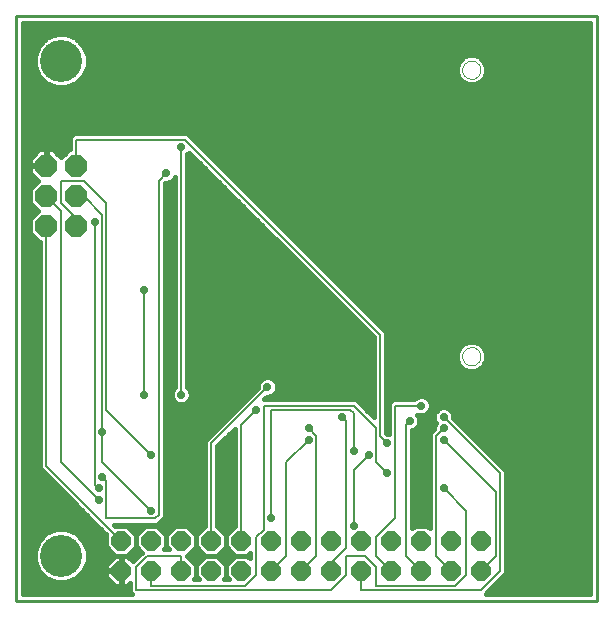
<source format=gbl>
G75*
%MOIN*%
%OFA0B0*%
%FSLAX24Y24*%
%IPPOS*%
%LPD*%
%AMOC8*
5,1,8,0,0,1.08239X$1,22.5*
%
%ADD10C,0.0100*%
%ADD11C,0.0000*%
%ADD12OC8,0.0640*%
%ADD13C,0.1400*%
%ADD14OC8,0.0740*%
%ADD15C,0.0060*%
%ADD16C,0.0160*%
%ADD17C,0.0280*%
D10*
X011333Y006500D02*
X011333Y025996D01*
X030703Y025996D01*
X030703Y006500D01*
X011333Y006500D01*
D11*
X026202Y014650D02*
X026204Y014685D01*
X026210Y014719D01*
X026220Y014752D01*
X026233Y014785D01*
X026250Y014815D01*
X026271Y014843D01*
X026294Y014869D01*
X026321Y014892D01*
X026349Y014911D01*
X026380Y014927D01*
X026413Y014940D01*
X026446Y014949D01*
X026481Y014954D01*
X026516Y014955D01*
X026550Y014952D01*
X026585Y014945D01*
X026618Y014934D01*
X026649Y014920D01*
X026679Y014902D01*
X026707Y014881D01*
X026732Y014856D01*
X026754Y014829D01*
X026773Y014800D01*
X026788Y014769D01*
X026800Y014736D01*
X026808Y014702D01*
X026812Y014667D01*
X026812Y014633D01*
X026808Y014598D01*
X026800Y014564D01*
X026788Y014531D01*
X026773Y014500D01*
X026754Y014471D01*
X026732Y014444D01*
X026707Y014419D01*
X026679Y014398D01*
X026649Y014380D01*
X026618Y014366D01*
X026585Y014355D01*
X026550Y014348D01*
X026516Y014345D01*
X026481Y014346D01*
X026446Y014351D01*
X026413Y014360D01*
X026380Y014373D01*
X026349Y014389D01*
X026321Y014408D01*
X026294Y014431D01*
X026271Y014457D01*
X026250Y014485D01*
X026233Y014515D01*
X026220Y014548D01*
X026210Y014581D01*
X026204Y014615D01*
X026202Y014650D01*
X026202Y024201D02*
X026204Y024236D01*
X026210Y024270D01*
X026220Y024303D01*
X026233Y024336D01*
X026250Y024366D01*
X026271Y024394D01*
X026294Y024420D01*
X026321Y024443D01*
X026349Y024462D01*
X026380Y024478D01*
X026413Y024491D01*
X026446Y024500D01*
X026481Y024505D01*
X026516Y024506D01*
X026550Y024503D01*
X026585Y024496D01*
X026618Y024485D01*
X026649Y024471D01*
X026679Y024453D01*
X026707Y024432D01*
X026732Y024407D01*
X026754Y024380D01*
X026773Y024351D01*
X026788Y024320D01*
X026800Y024287D01*
X026808Y024253D01*
X026812Y024218D01*
X026812Y024184D01*
X026808Y024149D01*
X026800Y024115D01*
X026788Y024082D01*
X026773Y024051D01*
X026754Y024022D01*
X026732Y023995D01*
X026707Y023970D01*
X026679Y023949D01*
X026649Y023931D01*
X026618Y023917D01*
X026585Y023906D01*
X026550Y023899D01*
X026516Y023896D01*
X026481Y023897D01*
X026446Y023902D01*
X026413Y023911D01*
X026380Y023924D01*
X026349Y023940D01*
X026321Y023959D01*
X026294Y023982D01*
X026271Y024008D01*
X026250Y024036D01*
X026233Y024066D01*
X026220Y024099D01*
X026210Y024132D01*
X026204Y024166D01*
X026202Y024201D01*
D12*
X025833Y008500D03*
X026833Y008500D03*
X026833Y007500D03*
X025833Y007500D03*
X024833Y007500D03*
X023833Y007500D03*
X022833Y007500D03*
X021833Y007500D03*
X020833Y007500D03*
X019833Y007500D03*
X018833Y007500D03*
X017833Y007500D03*
X016833Y007500D03*
X015833Y007500D03*
X014833Y007500D03*
X014833Y008500D03*
X015833Y008500D03*
X016833Y008500D03*
X017833Y008500D03*
X018833Y008500D03*
X019833Y008500D03*
X020833Y008500D03*
X021833Y008500D03*
X022833Y008500D03*
X023833Y008500D03*
X024833Y008500D03*
D13*
X012833Y008000D03*
X012833Y024500D03*
D14*
X012333Y021000D03*
X013333Y021000D03*
X013333Y020000D03*
X012333Y020000D03*
X012333Y019000D03*
X013333Y019000D03*
D15*
X013333Y019250D01*
X012833Y019750D01*
X012833Y020500D01*
X013583Y020500D01*
X014333Y019750D01*
X014333Y012875D01*
X015833Y011375D01*
X014208Y011125D02*
X014208Y012125D01*
X014208Y019375D01*
X013583Y020000D01*
X013333Y020000D01*
X012833Y019500D02*
X012833Y011125D01*
X014083Y009875D01*
X014083Y010250D02*
X013958Y010375D01*
X013958Y019125D01*
X012833Y019500D02*
X012333Y020000D01*
X012333Y019000D02*
X012333Y011000D01*
X014833Y008500D01*
X015708Y008000D02*
X015333Y007625D01*
X015333Y006875D01*
X021833Y006875D01*
X022333Y007375D01*
X022333Y008000D01*
X022958Y008000D01*
X023333Y007625D01*
X023333Y007000D01*
X025958Y007000D01*
X026333Y007375D01*
X026333Y009500D01*
X025583Y010250D01*
X025583Y011875D02*
X027333Y010125D01*
X027333Y008000D01*
X026833Y007500D01*
X026833Y006875D02*
X027458Y007500D01*
X027458Y010750D01*
X025583Y012625D01*
X025583Y012250D02*
X025333Y012000D01*
X025333Y008000D01*
X025833Y007500D01*
X026833Y006875D02*
X022833Y006875D01*
X022833Y007500D01*
X023333Y008000D02*
X023833Y007500D01*
X023333Y008000D02*
X023333Y008625D01*
X023958Y009250D01*
X023958Y013000D01*
X024833Y013000D01*
X024458Y012500D02*
X024333Y012375D01*
X024333Y008000D01*
X024833Y007500D01*
X022333Y008250D02*
X021833Y007750D01*
X021833Y007500D01*
X021333Y008000D02*
X020833Y007500D01*
X020333Y008000D02*
X019833Y007500D01*
X019333Y007375D02*
X018958Y007000D01*
X015833Y007000D01*
X015833Y007500D01*
X015708Y008000D02*
X016833Y008000D01*
X016833Y007500D01*
X017833Y008500D02*
X017833Y011750D01*
X019708Y013625D01*
X019583Y013000D02*
X019583Y008875D01*
X019333Y008625D01*
X019333Y007375D01*
X020333Y008000D02*
X020333Y011125D01*
X021083Y011875D01*
X021333Y012000D02*
X021333Y008000D01*
X022333Y008250D02*
X022333Y012500D01*
X022208Y012625D01*
X022458Y012875D02*
X019833Y012875D01*
X019833Y009250D01*
X018833Y008500D02*
X018833Y012375D01*
X019333Y012875D01*
X019583Y013000D02*
X022583Y013000D01*
X023333Y012250D01*
X023333Y011125D01*
X023708Y010750D01*
X023083Y011375D02*
X022583Y010875D01*
X022583Y009000D01*
X022583Y011500D02*
X022583Y012750D01*
X022458Y012875D01*
X021333Y012000D02*
X021083Y012250D01*
X023458Y012000D02*
X023458Y015375D01*
X016958Y021875D01*
X013333Y021875D01*
X013333Y021000D01*
X016083Y020500D02*
X016083Y009375D01*
X015958Y009250D01*
X014333Y009250D01*
X014333Y010500D01*
X014208Y010625D01*
X014208Y011125D02*
X015833Y009500D01*
X015583Y013375D02*
X015583Y016875D01*
X016833Y013375D02*
X016833Y021625D01*
X016333Y020750D02*
X016083Y020500D01*
X023458Y012000D02*
X023708Y011750D01*
D16*
X023685Y012070D02*
X023668Y012087D01*
X023668Y015462D01*
X017168Y021962D01*
X017045Y022085D01*
X013246Y022085D01*
X013123Y021962D01*
X013123Y021550D01*
X013106Y021550D01*
X012833Y021278D01*
X012561Y021550D01*
X012353Y021550D01*
X012353Y021020D01*
X012313Y021020D01*
X012313Y020980D01*
X011783Y020980D01*
X011783Y020772D01*
X012056Y020500D01*
X011783Y020228D01*
X011783Y019772D01*
X012056Y019500D01*
X011783Y019228D01*
X011783Y018772D01*
X012106Y018450D01*
X012123Y018450D01*
X012123Y010913D01*
X012246Y010790D01*
X014333Y008703D01*
X014333Y008293D01*
X014626Y008000D01*
X015040Y008000D01*
X015333Y008293D01*
X015333Y008707D01*
X015040Y009000D01*
X014630Y009000D01*
X014590Y009040D01*
X016045Y009040D01*
X016168Y009163D01*
X016293Y009288D01*
X016293Y020413D01*
X016310Y020430D01*
X016397Y020430D01*
X016515Y020479D01*
X016605Y020569D01*
X016623Y020614D01*
X016623Y013618D01*
X016562Y013556D01*
X016513Y013439D01*
X016513Y013311D01*
X016562Y013194D01*
X016652Y013104D01*
X016770Y013055D01*
X016897Y013055D01*
X017015Y013104D01*
X017105Y013194D01*
X017153Y013311D01*
X017153Y013439D01*
X017105Y013556D01*
X017043Y013618D01*
X017043Y021382D01*
X017099Y021438D01*
X023248Y015288D01*
X023248Y012632D01*
X022793Y013087D01*
X022670Y013210D01*
X019590Y013210D01*
X019685Y013305D01*
X019772Y013305D01*
X019890Y013354D01*
X019980Y013444D01*
X020028Y013561D01*
X020028Y013689D01*
X019980Y013806D01*
X019890Y013896D01*
X019772Y013945D01*
X019645Y013945D01*
X019527Y013896D01*
X019437Y013806D01*
X019388Y013689D01*
X019388Y013602D01*
X017746Y011960D01*
X017623Y011837D01*
X017623Y008997D01*
X017333Y008707D01*
X017040Y009000D01*
X016626Y009000D01*
X016333Y008707D01*
X016040Y009000D01*
X015626Y009000D01*
X015333Y008707D01*
X015333Y008293D01*
X015519Y008107D01*
X015498Y008087D01*
X015226Y007815D01*
X015040Y008000D01*
X014853Y008000D01*
X014853Y007520D01*
X014813Y007520D01*
X014813Y007480D01*
X014333Y007480D01*
X014333Y007293D01*
X014626Y007000D01*
X014813Y007000D01*
X014813Y007480D01*
X014853Y007480D01*
X014853Y007000D01*
X015040Y007000D01*
X015123Y007083D01*
X015123Y006788D01*
X015181Y006730D01*
X011563Y006730D01*
X011563Y025766D01*
X030473Y025766D01*
X030473Y006730D01*
X026985Y006730D01*
X027043Y006788D01*
X027668Y007413D01*
X027668Y010837D01*
X027545Y010960D01*
X025903Y012602D01*
X025903Y012689D01*
X025855Y012806D01*
X025765Y012896D01*
X025647Y012945D01*
X025520Y012945D01*
X025402Y012896D01*
X025312Y012806D01*
X025263Y012689D01*
X025263Y012561D01*
X025312Y012444D01*
X025318Y012438D01*
X025312Y012431D01*
X025263Y012314D01*
X025263Y012227D01*
X025246Y012210D01*
X025123Y012087D01*
X025123Y008917D01*
X025040Y009000D01*
X024626Y009000D01*
X024543Y008917D01*
X024543Y012189D01*
X024640Y012229D01*
X024730Y012319D01*
X024778Y012436D01*
X024778Y012564D01*
X024730Y012681D01*
X024703Y012707D01*
X024770Y012680D01*
X024897Y012680D01*
X025015Y012729D01*
X025105Y012819D01*
X025153Y012936D01*
X025153Y013064D01*
X025105Y013181D01*
X025015Y013271D01*
X024897Y013320D01*
X024770Y013320D01*
X024652Y013271D01*
X024591Y013210D01*
X023871Y013210D01*
X023748Y013087D01*
X023748Y012070D01*
X023685Y012070D01*
X023668Y012206D02*
X023748Y012206D01*
X023748Y012365D02*
X023668Y012365D01*
X023668Y012523D02*
X023748Y012523D01*
X023748Y012682D02*
X023668Y012682D01*
X023668Y012840D02*
X023748Y012840D01*
X023748Y012999D02*
X023668Y012999D01*
X023668Y013157D02*
X023818Y013157D01*
X023668Y013316D02*
X024759Y013316D01*
X024908Y013316D02*
X030473Y013316D01*
X030473Y013474D02*
X023668Y013474D01*
X023668Y013633D02*
X030473Y013633D01*
X030473Y013791D02*
X023668Y013791D01*
X023668Y013950D02*
X030473Y013950D01*
X030473Y014108D02*
X023668Y014108D01*
X023668Y014267D02*
X026204Y014267D01*
X026232Y014238D02*
X026095Y014375D01*
X026021Y014553D01*
X026021Y014746D01*
X026095Y014924D01*
X026232Y015061D01*
X026410Y015135D01*
X026603Y015135D01*
X026781Y015061D01*
X026918Y014924D01*
X026992Y014746D01*
X026992Y014553D01*
X026918Y014375D01*
X026781Y014238D01*
X026603Y014164D01*
X026410Y014164D01*
X026232Y014238D01*
X026075Y014425D02*
X023668Y014425D01*
X023668Y014584D02*
X026021Y014584D01*
X026021Y014742D02*
X023668Y014742D01*
X023668Y014901D02*
X026085Y014901D01*
X026230Y015059D02*
X023668Y015059D01*
X023668Y015218D02*
X030473Y015218D01*
X030473Y015376D02*
X023668Y015376D01*
X023596Y015535D02*
X030473Y015535D01*
X030473Y015693D02*
X023437Y015693D01*
X023279Y015852D02*
X030473Y015852D01*
X030473Y016010D02*
X023120Y016010D01*
X022962Y016169D02*
X030473Y016169D01*
X030473Y016327D02*
X022803Y016327D01*
X022645Y016486D02*
X030473Y016486D01*
X030473Y016644D02*
X022486Y016644D01*
X022328Y016803D02*
X030473Y016803D01*
X030473Y016961D02*
X022169Y016961D01*
X022011Y017120D02*
X030473Y017120D01*
X030473Y017278D02*
X021852Y017278D01*
X021694Y017437D02*
X030473Y017437D01*
X030473Y017595D02*
X021535Y017595D01*
X021377Y017754D02*
X030473Y017754D01*
X030473Y017912D02*
X021218Y017912D01*
X021060Y018071D02*
X030473Y018071D01*
X030473Y018229D02*
X020901Y018229D01*
X020743Y018388D02*
X030473Y018388D01*
X030473Y018546D02*
X020584Y018546D01*
X020426Y018705D02*
X030473Y018705D01*
X030473Y018863D02*
X020267Y018863D01*
X020109Y019022D02*
X030473Y019022D01*
X030473Y019180D02*
X019950Y019180D01*
X019792Y019339D02*
X030473Y019339D01*
X030473Y019497D02*
X019633Y019497D01*
X019475Y019656D02*
X030473Y019656D01*
X030473Y019814D02*
X019316Y019814D01*
X019158Y019973D02*
X030473Y019973D01*
X030473Y020131D02*
X018999Y020131D01*
X018841Y020290D02*
X030473Y020290D01*
X030473Y020448D02*
X018682Y020448D01*
X018524Y020607D02*
X030473Y020607D01*
X030473Y020765D02*
X018365Y020765D01*
X018207Y020924D02*
X030473Y020924D01*
X030473Y021082D02*
X018048Y021082D01*
X017890Y021241D02*
X030473Y021241D01*
X030473Y021399D02*
X017731Y021399D01*
X017573Y021558D02*
X030473Y021558D01*
X030473Y021716D02*
X017414Y021716D01*
X017256Y021875D02*
X030473Y021875D01*
X030473Y022033D02*
X017097Y022033D01*
X017060Y021399D02*
X017137Y021399D01*
X017043Y021241D02*
X017296Y021241D01*
X017454Y021082D02*
X017043Y021082D01*
X017043Y020924D02*
X017613Y020924D01*
X017771Y020765D02*
X017043Y020765D01*
X017043Y020607D02*
X017930Y020607D01*
X018088Y020448D02*
X017043Y020448D01*
X017043Y020290D02*
X018247Y020290D01*
X018405Y020131D02*
X017043Y020131D01*
X017043Y019973D02*
X018564Y019973D01*
X018722Y019814D02*
X017043Y019814D01*
X017043Y019656D02*
X018881Y019656D01*
X019039Y019497D02*
X017043Y019497D01*
X017043Y019339D02*
X019198Y019339D01*
X019356Y019180D02*
X017043Y019180D01*
X017043Y019022D02*
X019515Y019022D01*
X019673Y018863D02*
X017043Y018863D01*
X017043Y018705D02*
X019832Y018705D01*
X019990Y018546D02*
X017043Y018546D01*
X017043Y018388D02*
X020149Y018388D01*
X020307Y018229D02*
X017043Y018229D01*
X017043Y018071D02*
X020466Y018071D01*
X020624Y017912D02*
X017043Y017912D01*
X017043Y017754D02*
X020783Y017754D01*
X020941Y017595D02*
X017043Y017595D01*
X017043Y017437D02*
X021100Y017437D01*
X021258Y017278D02*
X017043Y017278D01*
X017043Y017120D02*
X021417Y017120D01*
X021575Y016961D02*
X017043Y016961D01*
X017043Y016803D02*
X021734Y016803D01*
X021892Y016644D02*
X017043Y016644D01*
X017043Y016486D02*
X022051Y016486D01*
X022209Y016327D02*
X017043Y016327D01*
X017043Y016169D02*
X022368Y016169D01*
X022526Y016010D02*
X017043Y016010D01*
X017043Y015852D02*
X022685Y015852D01*
X022843Y015693D02*
X017043Y015693D01*
X017043Y015535D02*
X023002Y015535D01*
X023160Y015376D02*
X017043Y015376D01*
X017043Y015218D02*
X023248Y015218D01*
X023248Y015059D02*
X017043Y015059D01*
X017043Y014901D02*
X023248Y014901D01*
X023248Y014742D02*
X017043Y014742D01*
X017043Y014584D02*
X023248Y014584D01*
X023248Y014425D02*
X017043Y014425D01*
X017043Y014267D02*
X023248Y014267D01*
X023248Y014108D02*
X017043Y014108D01*
X017043Y013950D02*
X023248Y013950D01*
X023248Y013791D02*
X019986Y013791D01*
X020028Y013633D02*
X023248Y013633D01*
X023248Y013474D02*
X019992Y013474D01*
X019797Y013316D02*
X023248Y013316D01*
X023248Y013157D02*
X022723Y013157D01*
X022882Y012999D02*
X023248Y012999D01*
X023248Y012840D02*
X023040Y012840D01*
X023199Y012682D02*
X023248Y012682D01*
X024585Y012206D02*
X025242Y012206D01*
X025284Y012365D02*
X024749Y012365D01*
X024778Y012523D02*
X025279Y012523D01*
X025263Y012682D02*
X024901Y012682D01*
X024766Y012682D02*
X024729Y012682D01*
X025113Y012840D02*
X025346Y012840D01*
X025153Y012999D02*
X030473Y012999D01*
X030473Y013157D02*
X025115Y013157D01*
X025821Y012840D02*
X030473Y012840D01*
X030473Y012682D02*
X025903Y012682D01*
X025982Y012523D02*
X030473Y012523D01*
X030473Y012365D02*
X026141Y012365D01*
X026299Y012206D02*
X030473Y012206D01*
X030473Y012048D02*
X026458Y012048D01*
X026616Y011889D02*
X030473Y011889D01*
X030473Y011731D02*
X026775Y011731D01*
X026933Y011572D02*
X030473Y011572D01*
X030473Y011414D02*
X027092Y011414D01*
X027250Y011255D02*
X030473Y011255D01*
X030473Y011097D02*
X027409Y011097D01*
X027567Y010938D02*
X030473Y010938D01*
X030473Y010780D02*
X027668Y010780D01*
X027668Y010621D02*
X030473Y010621D01*
X030473Y010463D02*
X027668Y010463D01*
X027668Y010304D02*
X030473Y010304D01*
X030473Y010146D02*
X027668Y010146D01*
X027668Y009987D02*
X030473Y009987D01*
X030473Y009829D02*
X027668Y009829D01*
X027668Y009670D02*
X030473Y009670D01*
X030473Y009512D02*
X027668Y009512D01*
X027668Y009353D02*
X030473Y009353D01*
X030473Y009195D02*
X027668Y009195D01*
X027668Y009036D02*
X030473Y009036D01*
X030473Y008878D02*
X027668Y008878D01*
X027668Y008719D02*
X030473Y008719D01*
X030473Y008561D02*
X027668Y008561D01*
X027668Y008402D02*
X030473Y008402D01*
X030473Y008244D02*
X027668Y008244D01*
X027668Y008085D02*
X030473Y008085D01*
X030473Y007927D02*
X027668Y007927D01*
X027668Y007768D02*
X030473Y007768D01*
X030473Y007610D02*
X027668Y007610D01*
X027668Y007451D02*
X030473Y007451D01*
X030473Y007293D02*
X027548Y007293D01*
X027389Y007134D02*
X030473Y007134D01*
X030473Y006976D02*
X027231Y006976D01*
X027072Y006817D02*
X030473Y006817D01*
X025123Y009036D02*
X024543Y009036D01*
X024543Y009195D02*
X025123Y009195D01*
X025123Y009353D02*
X024543Y009353D01*
X024543Y009512D02*
X025123Y009512D01*
X025123Y009670D02*
X024543Y009670D01*
X024543Y009829D02*
X025123Y009829D01*
X025123Y009987D02*
X024543Y009987D01*
X024543Y010146D02*
X025123Y010146D01*
X025123Y010304D02*
X024543Y010304D01*
X024543Y010463D02*
X025123Y010463D01*
X025123Y010621D02*
X024543Y010621D01*
X024543Y010780D02*
X025123Y010780D01*
X025123Y010938D02*
X024543Y010938D01*
X024543Y011097D02*
X025123Y011097D01*
X025123Y011255D02*
X024543Y011255D01*
X024543Y011414D02*
X025123Y011414D01*
X025123Y011572D02*
X024543Y011572D01*
X024543Y011731D02*
X025123Y011731D01*
X025123Y011889D02*
X024543Y011889D01*
X024543Y012048D02*
X025123Y012048D01*
X026810Y014267D02*
X030473Y014267D01*
X030473Y014425D02*
X026939Y014425D01*
X026992Y014584D02*
X030473Y014584D01*
X030473Y014742D02*
X026992Y014742D01*
X026928Y014901D02*
X030473Y014901D01*
X030473Y015059D02*
X026783Y015059D01*
X019431Y013791D02*
X017043Y013791D01*
X017043Y013633D02*
X019388Y013633D01*
X019260Y013474D02*
X017139Y013474D01*
X017153Y013316D02*
X019102Y013316D01*
X018943Y013157D02*
X017068Y013157D01*
X016599Y013157D02*
X016293Y013157D01*
X016293Y012999D02*
X018785Y012999D01*
X018626Y012840D02*
X016293Y012840D01*
X016293Y012682D02*
X018468Y012682D01*
X018309Y012523D02*
X016293Y012523D01*
X016293Y012365D02*
X018151Y012365D01*
X017992Y012206D02*
X016293Y012206D01*
X016293Y012048D02*
X017834Y012048D01*
X017675Y011889D02*
X016293Y011889D01*
X016293Y011731D02*
X017623Y011731D01*
X017623Y011572D02*
X016293Y011572D01*
X016293Y011414D02*
X017623Y011414D01*
X017623Y011255D02*
X016293Y011255D01*
X016293Y011097D02*
X017623Y011097D01*
X017623Y010938D02*
X016293Y010938D01*
X016293Y010780D02*
X017623Y010780D01*
X017623Y010621D02*
X016293Y010621D01*
X016293Y010463D02*
X017623Y010463D01*
X017623Y010304D02*
X016293Y010304D01*
X016293Y010146D02*
X017623Y010146D01*
X017623Y009987D02*
X016293Y009987D01*
X016293Y009829D02*
X017623Y009829D01*
X017623Y009670D02*
X016293Y009670D01*
X016293Y009512D02*
X017623Y009512D01*
X017623Y009353D02*
X016293Y009353D01*
X016200Y009195D02*
X017623Y009195D01*
X017623Y009036D02*
X014594Y009036D01*
X014317Y008719D02*
X013359Y008719D01*
X013332Y008746D02*
X013008Y008880D01*
X012658Y008880D01*
X012335Y008746D01*
X012087Y008498D01*
X011953Y008175D01*
X011953Y007825D01*
X012087Y007502D01*
X012335Y007254D01*
X012658Y007120D01*
X013008Y007120D01*
X013332Y007254D01*
X013579Y007502D01*
X013713Y007825D01*
X013713Y008175D01*
X013579Y008498D01*
X013332Y008746D01*
X013517Y008561D02*
X014333Y008561D01*
X014333Y008402D02*
X013619Y008402D01*
X013685Y008244D02*
X014383Y008244D01*
X014541Y008085D02*
X013713Y008085D01*
X013713Y007927D02*
X014553Y007927D01*
X014626Y008000D02*
X014333Y007707D01*
X014333Y007520D01*
X014813Y007520D01*
X014813Y008000D01*
X014626Y008000D01*
X014813Y007927D02*
X014853Y007927D01*
X014853Y007768D02*
X014813Y007768D01*
X014813Y007610D02*
X014853Y007610D01*
X014853Y007451D02*
X014813Y007451D01*
X014813Y007293D02*
X014853Y007293D01*
X014853Y007134D02*
X014813Y007134D01*
X014492Y007134D02*
X013042Y007134D01*
X013370Y007293D02*
X014334Y007293D01*
X014333Y007451D02*
X013529Y007451D01*
X013624Y007610D02*
X014333Y007610D01*
X014394Y007768D02*
X013690Y007768D01*
X012624Y007134D02*
X011563Y007134D01*
X011563Y006976D02*
X015123Y006976D01*
X015123Y006817D02*
X011563Y006817D01*
X011563Y007293D02*
X012296Y007293D01*
X012138Y007451D02*
X011563Y007451D01*
X011563Y007610D02*
X012043Y007610D01*
X011977Y007768D02*
X011563Y007768D01*
X011563Y007927D02*
X011953Y007927D01*
X011953Y008085D02*
X011563Y008085D01*
X011563Y008244D02*
X011982Y008244D01*
X012047Y008402D02*
X011563Y008402D01*
X011563Y008561D02*
X012149Y008561D01*
X012308Y008719D02*
X011563Y008719D01*
X011563Y008878D02*
X012652Y008878D01*
X013014Y008878D02*
X014159Y008878D01*
X014000Y009036D02*
X011563Y009036D01*
X011563Y009195D02*
X013842Y009195D01*
X013683Y009353D02*
X011563Y009353D01*
X011563Y009512D02*
X013525Y009512D01*
X013366Y009670D02*
X011563Y009670D01*
X011563Y009829D02*
X013208Y009829D01*
X013049Y009987D02*
X011563Y009987D01*
X011563Y010146D02*
X012891Y010146D01*
X012732Y010304D02*
X011563Y010304D01*
X011563Y010463D02*
X012574Y010463D01*
X012415Y010621D02*
X011563Y010621D01*
X011563Y010780D02*
X012257Y010780D01*
X012123Y010938D02*
X011563Y010938D01*
X011563Y011097D02*
X012123Y011097D01*
X012123Y011255D02*
X011563Y011255D01*
X011563Y011414D02*
X012123Y011414D01*
X012123Y011572D02*
X011563Y011572D01*
X011563Y011731D02*
X012123Y011731D01*
X012123Y011889D02*
X011563Y011889D01*
X011563Y012048D02*
X012123Y012048D01*
X012123Y012206D02*
X011563Y012206D01*
X011563Y012365D02*
X012123Y012365D01*
X012123Y012523D02*
X011563Y012523D01*
X011563Y012682D02*
X012123Y012682D01*
X012123Y012840D02*
X011563Y012840D01*
X011563Y012999D02*
X012123Y012999D01*
X012123Y013157D02*
X011563Y013157D01*
X011563Y013316D02*
X012123Y013316D01*
X012123Y013474D02*
X011563Y013474D01*
X011563Y013633D02*
X012123Y013633D01*
X012123Y013791D02*
X011563Y013791D01*
X011563Y013950D02*
X012123Y013950D01*
X012123Y014108D02*
X011563Y014108D01*
X011563Y014267D02*
X012123Y014267D01*
X012123Y014425D02*
X011563Y014425D01*
X011563Y014584D02*
X012123Y014584D01*
X012123Y014742D02*
X011563Y014742D01*
X011563Y014901D02*
X012123Y014901D01*
X012123Y015059D02*
X011563Y015059D01*
X011563Y015218D02*
X012123Y015218D01*
X012123Y015376D02*
X011563Y015376D01*
X011563Y015535D02*
X012123Y015535D01*
X012123Y015693D02*
X011563Y015693D01*
X011563Y015852D02*
X012123Y015852D01*
X012123Y016010D02*
X011563Y016010D01*
X011563Y016169D02*
X012123Y016169D01*
X012123Y016327D02*
X011563Y016327D01*
X011563Y016486D02*
X012123Y016486D01*
X012123Y016644D02*
X011563Y016644D01*
X011563Y016803D02*
X012123Y016803D01*
X012123Y016961D02*
X011563Y016961D01*
X011563Y017120D02*
X012123Y017120D01*
X012123Y017278D02*
X011563Y017278D01*
X011563Y017437D02*
X012123Y017437D01*
X012123Y017595D02*
X011563Y017595D01*
X011563Y017754D02*
X012123Y017754D01*
X012123Y017912D02*
X011563Y017912D01*
X011563Y018071D02*
X012123Y018071D01*
X012123Y018229D02*
X011563Y018229D01*
X011563Y018388D02*
X012123Y018388D01*
X012009Y018546D02*
X011563Y018546D01*
X011563Y018705D02*
X011851Y018705D01*
X011783Y018863D02*
X011563Y018863D01*
X011563Y019022D02*
X011783Y019022D01*
X011783Y019180D02*
X011563Y019180D01*
X011563Y019339D02*
X011894Y019339D01*
X012053Y019497D02*
X011563Y019497D01*
X011563Y019656D02*
X011900Y019656D01*
X011783Y019814D02*
X011563Y019814D01*
X011563Y019973D02*
X011783Y019973D01*
X011783Y020131D02*
X011563Y020131D01*
X011563Y020290D02*
X011845Y020290D01*
X012004Y020448D02*
X011563Y020448D01*
X011563Y020607D02*
X011949Y020607D01*
X011790Y020765D02*
X011563Y020765D01*
X011563Y020924D02*
X011783Y020924D01*
X011783Y021020D02*
X012313Y021020D01*
X012313Y021550D01*
X012106Y021550D01*
X011783Y021228D01*
X011783Y021020D01*
X011783Y021082D02*
X011563Y021082D01*
X011563Y021241D02*
X011796Y021241D01*
X011955Y021399D02*
X011563Y021399D01*
X011563Y021558D02*
X013123Y021558D01*
X013123Y021716D02*
X011563Y021716D01*
X011563Y021875D02*
X013123Y021875D01*
X013194Y022033D02*
X011563Y022033D01*
X011563Y022192D02*
X030473Y022192D01*
X030473Y022350D02*
X011563Y022350D01*
X011563Y022509D02*
X030473Y022509D01*
X030473Y022667D02*
X011563Y022667D01*
X011563Y022826D02*
X030473Y022826D01*
X030473Y022984D02*
X011563Y022984D01*
X011563Y023143D02*
X030473Y023143D01*
X030473Y023301D02*
X011563Y023301D01*
X011563Y023460D02*
X030473Y023460D01*
X030473Y023618D02*
X011563Y023618D01*
X011563Y023777D02*
X012312Y023777D01*
X012335Y023754D02*
X012658Y023620D01*
X013008Y023620D01*
X013332Y023754D01*
X013579Y024002D01*
X013713Y024325D01*
X013713Y024675D01*
X013579Y024998D01*
X013332Y025246D01*
X013008Y025380D01*
X012658Y025380D01*
X012335Y025246D01*
X012087Y024998D01*
X011953Y024675D01*
X011953Y024325D01*
X012087Y024002D01*
X012335Y023754D01*
X012154Y023935D02*
X011563Y023935D01*
X011563Y024094D02*
X012049Y024094D01*
X011984Y024252D02*
X011563Y024252D01*
X011563Y024411D02*
X011953Y024411D01*
X011953Y024569D02*
X011563Y024569D01*
X011563Y024728D02*
X011975Y024728D01*
X012041Y024886D02*
X011563Y024886D01*
X011563Y025045D02*
X012133Y025045D01*
X012292Y025203D02*
X011563Y025203D01*
X011563Y025362D02*
X012614Y025362D01*
X013053Y025362D02*
X030473Y025362D01*
X030473Y025520D02*
X011563Y025520D01*
X011563Y025679D02*
X030473Y025679D01*
X030473Y025203D02*
X013375Y025203D01*
X013533Y025045D02*
X030473Y025045D01*
X030473Y024886D02*
X013626Y024886D01*
X013692Y024728D02*
X030473Y024728D01*
X030473Y024569D02*
X026824Y024569D01*
X026781Y024612D02*
X026918Y024476D01*
X026992Y024297D01*
X026992Y024104D01*
X026918Y023926D01*
X026781Y023790D01*
X026603Y023716D01*
X026410Y023716D01*
X026232Y023790D01*
X026095Y023926D01*
X026021Y024104D01*
X026021Y024297D01*
X026095Y024476D01*
X026232Y024612D01*
X026410Y024686D01*
X026603Y024686D01*
X026781Y024612D01*
X026945Y024411D02*
X030473Y024411D01*
X030473Y024252D02*
X026992Y024252D01*
X026987Y024094D02*
X030473Y024094D01*
X030473Y023935D02*
X026922Y023935D01*
X026750Y023777D02*
X030473Y023777D01*
X026263Y023777D02*
X013354Y023777D01*
X013513Y023935D02*
X026092Y023935D01*
X026026Y024094D02*
X013617Y024094D01*
X013683Y024252D02*
X026021Y024252D01*
X026068Y024411D02*
X013713Y024411D01*
X013713Y024569D02*
X026189Y024569D01*
X016623Y020607D02*
X016620Y020607D01*
X016623Y020448D02*
X016440Y020448D01*
X016293Y020290D02*
X016623Y020290D01*
X016623Y020131D02*
X016293Y020131D01*
X016293Y019973D02*
X016623Y019973D01*
X016623Y019814D02*
X016293Y019814D01*
X016293Y019656D02*
X016623Y019656D01*
X016623Y019497D02*
X016293Y019497D01*
X016293Y019339D02*
X016623Y019339D01*
X016623Y019180D02*
X016293Y019180D01*
X016293Y019022D02*
X016623Y019022D01*
X016623Y018863D02*
X016293Y018863D01*
X016293Y018705D02*
X016623Y018705D01*
X016623Y018546D02*
X016293Y018546D01*
X016293Y018388D02*
X016623Y018388D01*
X016623Y018229D02*
X016293Y018229D01*
X016293Y018071D02*
X016623Y018071D01*
X016623Y017912D02*
X016293Y017912D01*
X016293Y017754D02*
X016623Y017754D01*
X016623Y017595D02*
X016293Y017595D01*
X016293Y017437D02*
X016623Y017437D01*
X016623Y017278D02*
X016293Y017278D01*
X016293Y017120D02*
X016623Y017120D01*
X016623Y016961D02*
X016293Y016961D01*
X016293Y016803D02*
X016623Y016803D01*
X016623Y016644D02*
X016293Y016644D01*
X016293Y016486D02*
X016623Y016486D01*
X016623Y016327D02*
X016293Y016327D01*
X016293Y016169D02*
X016623Y016169D01*
X016623Y016010D02*
X016293Y016010D01*
X016293Y015852D02*
X016623Y015852D01*
X016623Y015693D02*
X016293Y015693D01*
X016293Y015535D02*
X016623Y015535D01*
X016623Y015376D02*
X016293Y015376D01*
X016293Y015218D02*
X016623Y015218D01*
X016623Y015059D02*
X016293Y015059D01*
X016293Y014901D02*
X016623Y014901D01*
X016623Y014742D02*
X016293Y014742D01*
X016293Y014584D02*
X016623Y014584D01*
X016623Y014425D02*
X016293Y014425D01*
X016293Y014267D02*
X016623Y014267D01*
X016623Y014108D02*
X016293Y014108D01*
X016293Y013950D02*
X016623Y013950D01*
X016623Y013791D02*
X016293Y013791D01*
X016293Y013633D02*
X016623Y013633D01*
X016528Y013474D02*
X016293Y013474D01*
X016293Y013316D02*
X016513Y013316D01*
X018428Y012048D02*
X018623Y012048D01*
X018623Y012206D02*
X018586Y012206D01*
X018623Y012243D02*
X018623Y008997D01*
X018333Y008707D01*
X018043Y008997D01*
X018043Y011663D01*
X018623Y012243D01*
X018623Y011889D02*
X018269Y011889D01*
X018111Y011731D02*
X018623Y011731D01*
X018623Y011572D02*
X018043Y011572D01*
X018043Y011414D02*
X018623Y011414D01*
X018623Y011255D02*
X018043Y011255D01*
X018043Y011097D02*
X018623Y011097D01*
X018623Y010938D02*
X018043Y010938D01*
X018043Y010780D02*
X018623Y010780D01*
X018623Y010621D02*
X018043Y010621D01*
X018043Y010463D02*
X018623Y010463D01*
X018623Y010304D02*
X018043Y010304D01*
X018043Y010146D02*
X018623Y010146D01*
X018623Y009987D02*
X018043Y009987D01*
X018043Y009829D02*
X018623Y009829D01*
X018623Y009670D02*
X018043Y009670D01*
X018043Y009512D02*
X018623Y009512D01*
X018623Y009353D02*
X018043Y009353D01*
X018043Y009195D02*
X018623Y009195D01*
X018623Y009036D02*
X018043Y009036D01*
X018163Y008878D02*
X018504Y008878D01*
X018345Y008719D02*
X018321Y008719D01*
X018333Y008707D02*
X018333Y008293D01*
X018040Y008000D01*
X017626Y008000D01*
X017333Y007707D01*
X017043Y007997D01*
X017043Y008003D01*
X017333Y008293D01*
X017333Y008707D01*
X017333Y008293D01*
X017626Y008000D01*
X018040Y008000D01*
X018333Y007707D01*
X018333Y007293D01*
X018250Y007210D01*
X018416Y007210D01*
X018333Y007293D01*
X018333Y007707D01*
X018626Y008000D01*
X019040Y008000D01*
X019123Y007917D01*
X019123Y008083D01*
X019040Y008000D01*
X018626Y008000D01*
X018333Y008293D01*
X018333Y008707D01*
X018333Y008561D02*
X018333Y008561D01*
X018333Y008402D02*
X018333Y008402D01*
X018284Y008244D02*
X018383Y008244D01*
X018541Y008085D02*
X018125Y008085D01*
X018114Y007927D02*
X018553Y007927D01*
X018394Y007768D02*
X018272Y007768D01*
X018333Y007610D02*
X018333Y007610D01*
X018333Y007451D02*
X018333Y007451D01*
X018333Y007293D02*
X018334Y007293D01*
X017416Y007210D02*
X017250Y007210D01*
X017333Y007293D01*
X017333Y007707D01*
X017333Y007293D01*
X017416Y007210D01*
X017334Y007293D02*
X017333Y007293D01*
X017333Y007451D02*
X017333Y007451D01*
X017333Y007610D02*
X017333Y007610D01*
X017272Y007768D02*
X017394Y007768D01*
X017553Y007927D02*
X017114Y007927D01*
X017125Y008085D02*
X017541Y008085D01*
X017383Y008244D02*
X017284Y008244D01*
X017333Y008402D02*
X017333Y008402D01*
X017333Y008561D02*
X017333Y008561D01*
X017321Y008719D02*
X017345Y008719D01*
X017504Y008878D02*
X017163Y008878D01*
X016504Y008878D02*
X016163Y008878D01*
X016321Y008719D02*
X016345Y008719D01*
X016333Y008707D02*
X016333Y008293D01*
X016333Y008707D01*
X016333Y008561D02*
X016333Y008561D01*
X016333Y008402D02*
X016333Y008402D01*
X016333Y008293D02*
X016250Y008210D01*
X016416Y008210D01*
X016333Y008293D01*
X016284Y008244D02*
X016383Y008244D01*
X015496Y008085D02*
X015125Y008085D01*
X015114Y007927D02*
X015338Y007927D01*
X015383Y008244D02*
X015284Y008244D01*
X015333Y008402D02*
X015333Y008402D01*
X015333Y008561D02*
X015333Y008561D01*
X015321Y008719D02*
X015345Y008719D01*
X015504Y008878D02*
X015163Y008878D01*
X019114Y007927D02*
X019123Y007927D01*
X012353Y021082D02*
X012313Y021082D01*
X012313Y021241D02*
X012353Y021241D01*
X012353Y021399D02*
X012313Y021399D01*
X012712Y021399D02*
X012955Y021399D01*
D17*
X016333Y020750D03*
X016833Y021625D03*
X013958Y019125D03*
X015583Y016875D03*
X019708Y013625D03*
X019333Y012875D03*
X021083Y012250D03*
X021083Y011875D03*
X022208Y012625D03*
X023708Y011750D03*
X023083Y011375D03*
X022583Y011500D03*
X023708Y010750D03*
X025583Y010250D03*
X025583Y011875D03*
X025583Y012250D03*
X025583Y012625D03*
X024833Y013000D03*
X024458Y012500D03*
X019833Y009250D03*
X022583Y009000D03*
X015833Y009500D03*
X014083Y009875D03*
X014083Y010250D03*
X014208Y010625D03*
X015833Y011375D03*
X014208Y012125D03*
X015583Y013375D03*
X016833Y013375D03*
M02*

</source>
